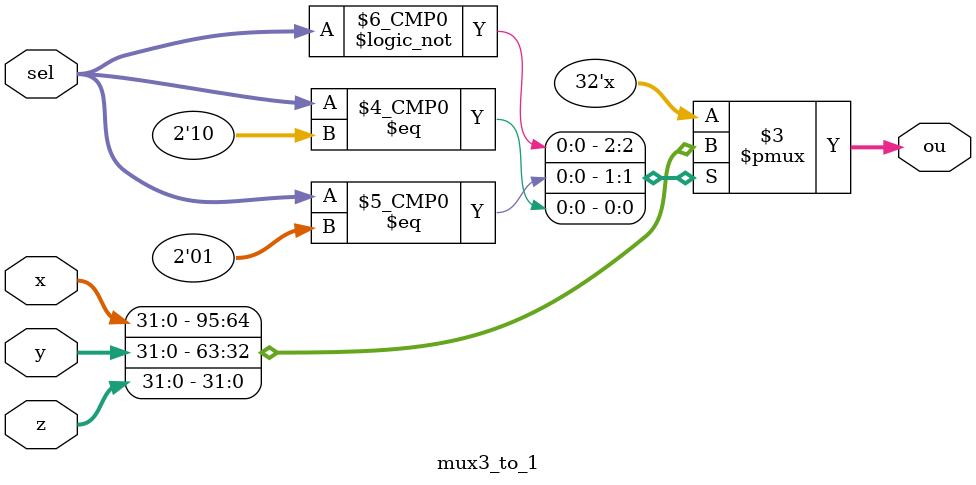
<source format=v>
module mux3_to_1(input[31:0] x, input[31:0] y, input[31:0] z, input[1:0] sel,

     output reg[31:0] ou);

 always@(x, y, z, sel) begin

  case(sel)

   2'b00: ou = x;

   2'b01: ou = y;

   2'b10: ou = z;

  endcase

 end

endmodule

</source>
